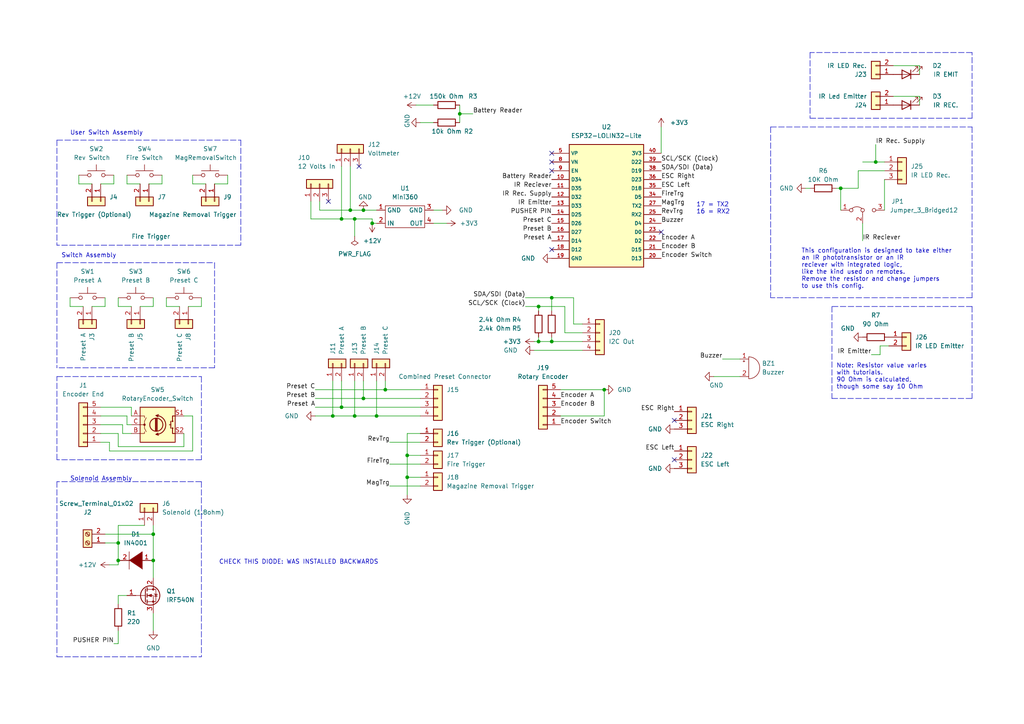
<source format=kicad_sch>
(kicad_sch (version 20211123) (generator eeschema)
  (paper "A4")
  (lib_symbols
    (symbol "Connector:Screw_Terminal_01x02" (pin_names (offset 1.016) hide)
      (property "Reference" "J" (at 0 2.54 0))
      (property "Value" "Screw_Terminal_01x02" (at 0 -5.08 0))
      (symbol "Screw_Terminal_01x02_1_1"
        (rectangle (start -1.27 1.27) (end 1.27 -3.81) (stroke (width 0.254)) (fill (type background)))
        (circle (center 0 -2.54) (radius 0.635) (stroke (width 0.1524)))
        (polyline (pts (xy -0.5334 -2.2098) (xy 0.3302 -3.048)) (stroke (width 0.1524)))
        (polyline (pts (xy -0.5334 0.3302) (xy 0.3302 -0.508)) (stroke (width 0.1524)))
        (polyline (pts (xy -0.3556 -2.032) (xy 0.508 -2.8702)) (stroke (width 0.1524)))
        (polyline (pts (xy -0.3556 0.508) (xy 0.508 -0.3302)) (stroke (width 0.1524)))
        (circle (center 0 0) (radius 0.635) (stroke (width 0.1524)))
        (pin passive line (at -5.08 0 0) (length 3.81) (name "Pin_1") (number "1"))
        (pin passive line (at -5.08 -2.54 0) (length 3.81) (name "Pin_2") (number "2"))
      )
    )
    (symbol "Connector_Generic:Conn_01x02" (pin_names (offset 1.016) hide)
      (property "Reference" "J" (at 0 2.54 0))
      (property "Value" "Conn_01x02" (at 0 -5.08 0))
      (symbol "Conn_01x02_1_1"
        (rectangle (start -1.27 -2.413) (end 0 -2.667) (stroke (width 0.1524)))
        (rectangle (start -1.27 0.127) (end 0 -0.127) (stroke (width 0.1524)))
        (rectangle (start -1.27 1.27) (end 1.27 -3.81) (stroke (width 0.254)) (fill (type background)))
        (pin passive line (at -5.08 0 0) (length 3.81) (name "Pin_1") (number "1"))
        (pin passive line (at -5.08 -2.54 0) (length 3.81) (name "Pin_2") (number "2"))
      )
    )
    (symbol "Connector_Generic:Conn_01x03" (pin_names (offset 1.016) hide)
      (property "Reference" "J" (at 0 5.08 0))
      (property "Value" "Conn_01x03" (at 0 -5.08 0))
      (symbol "Conn_01x03_1_1"
        (rectangle (start -1.27 -2.413) (end 0 -2.667) (stroke (width 0.1524)))
        (rectangle (start -1.27 0.127) (end 0 -0.127) (stroke (width 0.1524)))
        (rectangle (start -1.27 2.667) (end 0 2.413) (stroke (width 0.1524)))
        (rectangle (start -1.27 3.81) (end 1.27 -3.81) (stroke (width 0.254)) (fill (type background)))
        (pin passive line (at -5.08 2.54 0) (length 3.81) (name "Pin_1") (number "1"))
        (pin passive line (at -5.08 0 0) (length 3.81) (name "Pin_2") (number "2"))
        (pin passive line (at -5.08 -2.54 0) (length 3.81) (name "Pin_3") (number "3"))
      )
    )
    (symbol "Connector_Generic:Conn_01x04" (pin_names (offset 1.016) hide)
      (property "Reference" "J" (at 0 5.08 0))
      (property "Value" "Conn_01x04" (at 0 -7.62 0))
      (symbol "Conn_01x04_1_1"
        (rectangle (start -1.27 -4.953) (end 0 -5.207) (stroke (width 0.1524)))
        (rectangle (start -1.27 -2.413) (end 0 -2.667) (stroke (width 0.1524)))
        (rectangle (start -1.27 0.127) (end 0 -0.127) (stroke (width 0.1524)))
        (rectangle (start -1.27 2.667) (end 0 2.413) (stroke (width 0.1524)))
        (rectangle (start -1.27 3.81) (end 1.27 -6.35) (stroke (width 0.254)) (fill (type background)))
        (pin passive line (at -5.08 2.54 0) (length 3.81) (name "Pin_1") (number "1"))
        (pin passive line (at -5.08 0 0) (length 3.81) (name "Pin_2") (number "2"))
        (pin passive line (at -5.08 -2.54 0) (length 3.81) (name "Pin_3") (number "3"))
        (pin passive line (at -5.08 -5.08 0) (length 3.81) (name "Pin_4") (number "4"))
      )
    )
    (symbol "Connector_Generic:Conn_01x05" (pin_names (offset 1.016) hide)
      (property "Reference" "J" (at 0 7.62 0))
      (property "Value" "Conn_01x05" (at 0 -7.62 0))
      (symbol "Conn_01x05_1_1"
        (rectangle (start -1.27 -4.953) (end 0 -5.207) (stroke (width 0.1524)))
        (rectangle (start -1.27 -2.413) (end 0 -2.667) (stroke (width 0.1524)))
        (rectangle (start -1.27 0.127) (end 0 -0.127) (stroke (width 0.1524)))
        (rectangle (start -1.27 2.667) (end 0 2.413) (stroke (width 0.1524)))
        (rectangle (start -1.27 5.207) (end 0 4.953) (stroke (width 0.1524)))
        (rectangle (start -1.27 6.35) (end 1.27 -6.35) (stroke (width 0.254)) (fill (type background)))
        (pin passive line (at -5.08 5.08 0) (length 3.81) (name "Pin_1") (number "1"))
        (pin passive line (at -5.08 2.54 0) (length 3.81) (name "Pin_2") (number "2"))
        (pin passive line (at -5.08 0 0) (length 3.81) (name "Pin_3") (number "3"))
        (pin passive line (at -5.08 -2.54 0) (length 3.81) (name "Pin_4") (number "4"))
        (pin passive line (at -5.08 -5.08 0) (length 3.81) (name "Pin_5") (number "5"))
      )
    )
    (symbol "Device:Buzzer" (pin_names (offset 0.0254) hide)
      (property "Reference" "BZ" (at 3.81 1.27 0))
      (property "Value" "Buzzer" (at 3.81 -1.27 0))
      (symbol "Buzzer_0_1"
        (arc (start 0 -3.175) (mid 3.175 0) (end 0 3.175))
        (polyline (pts (xy -1.651 1.905) (xy -1.143 1.905)))
        (polyline (pts (xy -1.397 2.159) (xy -1.397 1.651)))
        (polyline (pts (xy 0 3.175) (xy 0 -3.175)))
      )
      (symbol "Buzzer_1_1"
        (pin passive line (at -2.54 2.54 0) (length 2.54) (name "-") (number "1"))
        (pin passive line (at -2.54 -2.54 0) (length 2.54) (name "+") (number "2"))
      )
    )
    (symbol "Device:LED" (pin_numbers hide) (pin_names (offset 1.016) hide)
      (property "Reference" "D" (at 0 2.54 0))
      (property "Value" "LED" (at 0 -2.54 0))
      (symbol "LED_0_1"
        (polyline (pts (xy -1.27 -1.27) (xy -1.27 1.27)) (stroke (width 0.254)))
        (polyline (pts (xy -1.27 0) (xy 1.27 0)))
        (polyline (pts (xy 1.27 -1.27) (xy 1.27 1.27) (xy -1.27 0) (xy 1.27 -1.27)) (stroke (width 0.254)))
        (polyline (pts (xy -3.048 -0.762) (xy -4.572 -2.286) (xy -3.81 -2.286) (xy -4.572 -2.286) (xy -4.572 -1.524)))
        (polyline (pts (xy -1.778 -0.762) (xy -3.302 -2.286) (xy -2.54 -2.286) (xy -3.302 -2.286) (xy -3.302 -1.524)))
      )
      (symbol "LED_1_1"
        (pin passive line (at -3.81 0 0) (length 2.54) (name "K") (number "1"))
        (pin passive line (at 3.81 0 180) (length 2.54) (name "A") (number "2"))
      )
    )
    (symbol "Device:R" (pin_numbers hide) (pin_names (offset 0))
      (property "Reference" "R" (at 2.032 0 90))
      (property "Value" "R" (at 0 0 90))
      (symbol "R_0_1"
        (rectangle (start -1.016 -2.54) (end 1.016 2.54) (stroke (width 0.254)))
      )
      (symbol "R_1_1"
        (pin passive line (at 0 3.81 270) (length 1.27) (name "~") (number "1"))
        (pin passive line (at 0 -3.81 90) (length 1.27) (name "~") (number "2"))
      )
    )
    (symbol "Device:RotaryEncoder_Switch" (pin_names (offset 0.254) hide)
      (property "Reference" "SW" (at 0 6.604 0))
      (property "Value" "RotaryEncoder_Switch" (at 0 -6.604 0))
      (symbol "RotaryEncoder_Switch_0_1"
        (rectangle (start -5.08 5.08) (end 5.08 -5.08) (stroke (width 0.254)) (fill (type background)))
        (circle (center -3.81 0) (radius 0.254) (fill (type outline)))
        (arc (start -0.381 -2.794) (mid 2.3622 -0.0508) (end -0.381 2.667) (stroke (width 0.254)))
        (circle (center -0.381 0) (radius 1.905) (stroke (width 0.254)))
        (polyline (pts (xy -0.635 -1.778) (xy -0.635 1.778)) (stroke (width 0.254)))
        (polyline (pts (xy -0.381 -1.778) (xy -0.381 1.778)) (stroke (width 0.254)))
        (polyline (pts (xy -0.127 1.778) (xy -0.127 -1.778)) (stroke (width 0.254)))
        (polyline (pts (xy 3.81 0) (xy 3.429 0)) (stroke (width 0.254)))
        (polyline (pts (xy 3.81 1.016) (xy 3.81 -1.016)) (stroke (width 0.254)))
        (polyline (pts (xy -5.08 -2.54) (xy -3.81 -2.54) (xy -3.81 -2.032)))
        (polyline (pts (xy -5.08 2.54) (xy -3.81 2.54) (xy -3.81 2.032)))
        (polyline (pts (xy 0.254 -3.048) (xy -0.508 -2.794) (xy 0.127 -2.413)) (stroke (width 0.254)))
        (polyline (pts (xy 0.254 2.921) (xy -0.508 2.667) (xy 0.127 2.286)) (stroke (width 0.254)))
        (polyline (pts (xy 5.08 -2.54) (xy 4.318 -2.54) (xy 4.318 -1.016)) (stroke (width 0.254)))
        (polyline (pts (xy 5.08 2.54) (xy 4.318 2.54) (xy 4.318 1.016)) (stroke (width 0.254)))
        (polyline (pts (xy -5.08 0) (xy -3.81 0) (xy -3.81 -1.016) (xy -3.302 -2.032)))
        (polyline (pts (xy -4.318 0) (xy -3.81 0) (xy -3.81 1.016) (xy -3.302 2.032)))
        (circle (center 4.318 -1.016) (radius 0.127) (stroke (width 0.254)))
        (circle (center 4.318 1.016) (radius 0.127) (stroke (width 0.254)))
      )
      (symbol "RotaryEncoder_Switch_1_1"
        (pin passive line (at -7.62 2.54 0) (length 2.54) (name "A") (number "A"))
        (pin passive line (at -7.62 -2.54 0) (length 2.54) (name "B") (number "B"))
        (pin passive line (at -7.62 0 0) (length 2.54) (name "C") (number "C"))
        (pin passive line (at 7.62 2.54 180) (length 2.54) (name "S1") (number "S1"))
        (pin passive line (at 7.62 -2.54 180) (length 2.54) (name "S2") (number "S2"))
      )
    )
    (symbol "Espressif:ESP32-LOLIN32-Lite"
      (property "Reference" "U" (at -3.81 13.97 0))
      (property "Value" "ESP32-LOLIN32-Lite" (at 0 1.27 90))
      (symbol "ESP32-LOLIN32-Lite_0_1"
        (rectangle (start -11.43 19.05) (end 10.16 -16.51) (stroke (width 0.254)) (fill (type background)))
      )
      (symbol "ESP32-LOLIN32-Lite_1_1"
        (pin bidirectional line (at -16.51 8.89 0) (length 5.08) (name "D34") (number "10"))
        (pin bidirectional line (at -16.51 6.35 0) (length 5.08) (name "D35") (number "11"))
        (pin bidirectional line (at -16.51 3.81 0) (length 5.08) (name "D32") (number "12"))
        (pin bidirectional line (at -16.51 1.27 0) (length 5.08) (name "D33") (number "13"))
        (pin bidirectional line (at -16.51 -1.27 0) (length 5.08) (name "D25") (number "14"))
        (pin bidirectional line (at -16.51 -3.81 0) (length 5.08) (name "D26") (number "15"))
        (pin bidirectional line (at -16.51 -6.35 0) (length 5.08) (name "D27") (number "16"))
        (pin bidirectional line (at -16.51 -8.89 0) (length 5.08) (name "D14") (number "17"))
        (pin bidirectional line (at -16.51 -11.43 0) (length 5.08) (name "D12") (number "18"))
        (pin power_in line (at -16.51 -13.97 0) (length 5.08) (name "GND") (number "19"))
        (pin bidirectional line (at 15.24 -13.97 180) (length 5.08) (name "D13") (number "20"))
        (pin bidirectional line (at 15.24 -11.43 180) (length 5.08) (name "D15") (number "21"))
        (pin bidirectional line (at 15.24 -8.89 180) (length 5.08) (name "D2") (number "22"))
        (pin bidirectional line (at 15.24 -6.35 180) (length 5.08) (name "D0") (number "23"))
        (pin bidirectional line (at 15.24 -3.81 180) (length 5.08) (name "D4") (number "24"))
        (pin input line (at 15.24 -1.27 180) (length 5.08) (name "RX2") (number "25"))
        (pin output line (at 15.24 1.27 180) (length 5.08) (name "TX2") (number "27"))
        (pin bidirectional line (at 15.24 3.81 180) (length 5.08) (name "D5") (number "34"))
        (pin bidirectional line (at 15.24 6.35 180) (length 5.08) (name "D18") (number "35"))
        (pin bidirectional line (at 15.24 8.89 180) (length 5.08) (name "D23") (number "36"))
        (pin bidirectional line (at 15.24 11.43 180) (length 5.08) (name "D19") (number "38"))
        (pin bidirectional line (at 15.24 13.97 180) (length 5.08) (name "D22") (number "39"))
        (pin input line (at 15.24 16.51 180) (length 5.08) (name "3V3") (number "40"))
        (pin bidirectional line (at -16.51 16.51 0) (length 5.08) (name "VP") (number "5"))
        (pin bidirectional line (at -16.51 13.97 0) (length 5.08) (name "VN") (number "8"))
        (pin input line (at -16.51 11.43 0) (length 5.08) (name "EN") (number "9"))
      )
    )
    (symbol "Jumper:Jumper_3_Bridged12" (pin_names (offset 0) hide)
      (property "Reference" "JP" (at -2.54 -2.54 0))
      (property "Value" "Jumper_3_Bridged12" (at 0 2.794 0))
      (symbol "Jumper_3_Bridged12_0_0"
        (circle (center -3.302 0) (radius 0.508))
        (circle (center 0 0) (radius 0.508))
        (circle (center 3.302 0) (radius 0.508))
      )
      (symbol "Jumper_3_Bridged12_0_1"
        (arc (start -0.254 0.508) (mid -1.651 0.9912) (end -3.048 0.508))
        (polyline (pts (xy 0 -1.27) (xy 0 -0.508)))
      )
      (symbol "Jumper_3_Bridged12_1_1"
        (pin passive line (at -6.35 0 0) (length 2.54) (name "A") (number "1"))
        (pin passive line (at 0 -3.81 90) (length 2.54) (name "C") (number "2"))
        (pin passive line (at 6.35 0 180) (length 2.54) (name "B") (number "3"))
      )
    )
    (symbol "My_Library:Mini360"
      (property "Reference" "U" (at 2.54 7.62 0))
      (property "Value" "Mini360" (at 6.35 10.16 0))
      (symbol "Mini360_0_1"
        (rectangle (start 0 6.35) (end 11.43 0))
      )
      (symbol "Mini360_1_1"
        (pin power_in line (at -2.54 5.08 0) (length 2.54) (name "GND") (number "1"))
        (pin power_in line (at -2.54 1.27 0) (length 2.54) (name "IN") (number "2"))
        (pin power_out line (at 13.97 5.08 180) (length 2.54) (name "GND") (number "3"))
        (pin power_out line (at 13.97 1.27 180) (length 2.54) (name "OUT") (number "4"))
      )
    )
    (symbol "Switch:SW_Push" (pin_numbers hide) (pin_names (offset 1.016) hide)
      (property "Reference" "SW" (at 1.27 2.54 0))
      (property "Value" "SW_Push" (at 0 -1.524 0))
      (symbol "SW_Push_0_1"
        (circle (center -2.032 0) (radius 0.508))
        (polyline (pts (xy 0 1.27) (xy 0 3.048)))
        (polyline (pts (xy 2.54 1.27) (xy -2.54 1.27)))
        (circle (center 2.032 0) (radius 0.508))
        (pin passive line (at -5.08 0 0) (length 2.54) (name "1") (number "1"))
        (pin passive line (at 5.08 0 180) (length 2.54) (name "2") (number "2"))
      )
    )
    (symbol "Transistor_FET:IRF540N" (pin_names hide)
      (property "Reference" "Q" (at 6.35 1.905 0))
      (property "Value" "IRF540N" (at 6.35 0 0))
      (symbol "IRF540N_0_1"
        (polyline (pts (xy 0.254 0) (xy -2.54 0)))
        (polyline (pts (xy 0.254 1.905) (xy 0.254 -1.905)) (stroke (width 0.254)))
        (polyline (pts (xy 0.762 -1.27) (xy 0.762 -2.286)) (stroke (width 0.254)))
        (polyline (pts (xy 0.762 0.508) (xy 0.762 -0.508)) (stroke (width 0.254)))
        (polyline (pts (xy 0.762 2.286) (xy 0.762 1.27)) (stroke (width 0.254)))
        (polyline (pts (xy 2.54 2.54) (xy 2.54 1.778)))
        (polyline (pts (xy 2.54 -2.54) (xy 2.54 0) (xy 0.762 0)))
        (polyline (pts (xy 0.762 -1.778) (xy 3.302 -1.778) (xy 3.302 1.778) (xy 0.762 1.778)))
        (polyline (pts (xy 1.016 0) (xy 2.032 0.381) (xy 2.032 -0.381) (xy 1.016 0)) (fill (type outline)))
        (polyline (pts (xy 2.794 0.508) (xy 2.921 0.381) (xy 3.683 0.381) (xy 3.81 0.254)))
        (polyline (pts (xy 3.302 0.381) (xy 2.921 -0.254) (xy 3.683 -0.254) (xy 3.302 0.381)))
        (circle (center 1.651 0) (radius 2.794) (stroke (width 0.254)))
        (circle (center 2.54 -1.778) (radius 0.254) (fill (type outline)))
        (circle (center 2.54 1.778) (radius 0.254) (fill (type outline)))
      )
      (symbol "IRF540N_1_1"
        (pin input line (at -5.08 0 0) (length 2.54) (name "G") (number "1"))
        (pin passive line (at 2.54 5.08 270) (length 2.54) (name "D") (number "2"))
        (pin passive line (at 2.54 -5.08 90) (length 2.54) (name "S") (number "3"))
      )
    )
    (symbol "power:+12V" (power) (pin_names (offset 0))
      (property "Value" "+12V" (at 0 3.556 0))
      (symbol "+12V_0_1"
        (polyline (pts (xy -0.762 1.27) (xy 0 2.54)))
        (polyline (pts (xy 0 0) (xy 0 2.54)))
        (polyline (pts (xy 0 2.54) (xy 0.762 1.27)))
      )
      (symbol "+12V_1_1"
        (pin power_in line (at 0 0 90) (length 0) hide (name "+12V") (number "1"))
      )
    )
    (symbol "power:+3V3" (power) (pin_names (offset 0))
      (property "Value" "+3V3" (at 0 3.556 0))
      (symbol "+3V3_0_1"
        (polyline (pts (xy -0.762 1.27) (xy 0 2.54)))
        (polyline (pts (xy 0 0) (xy 0 2.54)))
        (polyline (pts (xy 0 2.54) (xy 0.762 1.27)))
      )
      (symbol "+3V3_1_1"
        (pin power_in line (at 0 0 90) (length 0) hide (name "+3V3") (number "1"))
      )
    )
    (symbol "power:GND" (power) (pin_names (offset 0))
      (property "Value" "GND" (at 0 -3.81 0))
      (symbol "GND_0_1"
        (polyline (pts (xy 0 0) (xy 0 -1.27) (xy 1.27 -1.27) (xy 0 -2.54) (xy -1.27 -1.27) (xy 0 -1.27)))
      )
      (symbol "GND_1_1"
        (pin power_in line (at 0 0 270) (length 0) hide (name "GND") (number "1"))
      )
    )
    (symbol "power:PWR_FLAG" (power) (pin_numbers hide) (pin_names (offset 0) hide)
      (property "Value" "PWR_FLAG" (at 0 3.81 0))
      (symbol "PWR_FLAG_0_0"
        (pin power_out line (at 0 0 90) (length 0) (name "pwr") (number "1"))
      )
      (symbol "PWR_FLAG_0_1"
        (polyline (pts (xy 0 0) (xy 0 1.27) (xy -1.016 1.905) (xy 0 2.54) (xy 1.016 1.905) (xy 0 1.27)))
      )
    )
    (symbol "pspice:DIODE" (pin_names (offset 1.016) hide)
      (property "Reference" "D" (at 0 3.81 0))
      (property "Value" "DIODE" (at 0 -4.445 0))
      (symbol "DIODE_0_1"
        (polyline (pts (xy 1.905 2.54) (xy 1.905 -2.54)))
        (polyline (pts (xy -1.905 2.54) (xy -1.905 -2.54) (xy 1.905 0)) (fill (type outline)))
      )
      (symbol "DIODE_1_1"
        (pin input line (at -5.08 0 0) (length 3.81) (name "K") (number "1"))
        (pin input line (at 5.08 0 180) (length 3.81) (name "A") (number "2"))
      )
    )
  )
  (junction (at 254 46.99))
  (junction (at 118.11 138.43))
  (junction (at 118.11 132.08))
  (junction (at 109.22 120.65))
  (junction (at 99.06 63.5))
  (junction (at 99.06 118.11))
  (junction (at 44.45 162.56))
  (junction (at 102.87 120.65))
  (junction (at 34.29 157.48))
  (junction (at 133.35 33.02))
  (junction (at 160.02 86.36))
  (junction (at 102.87 63.5))
  (junction (at 105.41 60.96))
  (junction (at 156.21 99.06))
  (junction (at 44.45 154.94))
  (junction (at 243.84 54.61))
  (junction (at 105.41 115.57))
  (junction (at 34.29 162.56))
  (junction (at 160.02 99.06))
  (junction (at 96.52 120.65))
  (junction (at 107.95 64.77))
  (junction (at 101.6 60.96))
  (junction (at 175.26 113.03))
  (junction (at 111.76 113.03))
  (junction (at 156.21 88.9))
  (no_connect (at 160.02 46.99))
  (no_connect (at 160.02 49.53))
  (no_connect (at 160.02 44.45))
  (no_connect (at 104.14 48.26))
  (no_connect (at 95.25 58.42))
  (no_connect (at 195.58 121.92))
  (no_connect (at 195.58 133.35))
  (no_connect (at 191.77 67.31))
  (no_connect (at 160.02 72.39))
  (wire (pts (xy 62.23 53.34) (xy 66.04 53.34)))
  (wire (pts (xy 36.83 50.8) (xy 36.83 53.34)))
  (wire (pts (xy 160.02 97.79) (xy 160.02 99.06)))
  (wire (pts (xy 44.45 162.56) (xy 44.45 167.64)))
  (wire (pts (xy 29.21 128.27) (xy 31.75 128.27)))
  (wire (pts (xy 31.75 130.81) (xy 55.88 130.81)))
  (wire (pts (xy 113.03 140.97) (xy 121.92 140.97)))
  (wire (pts (xy 29.21 123.19) (xy 35.56 123.19)))
  (wire (pts (xy 266.7 30.48) (xy 266.7 27.94)))
  (wire (pts (xy 99.06 63.5) (xy 102.87 63.5)))
  (wire (pts (xy 34.29 182.88) (xy 34.29 186.69)))
  (polyline (pts (xy 281.94 86.36) (xy 223.52 86.36)))
  (wire (pts (xy 26.67 88.9) (xy 30.48 88.9)))
  (wire (pts (xy 133.35 30.48) (xy 133.35 33.02)))
  (wire (pts (xy 105.41 115.57) (xy 121.92 115.57)))
  (wire (pts (xy 34.29 172.72) (xy 34.29 175.26)))
  (wire (pts (xy 29.21 53.34) (xy 33.02 53.34)))
  (polyline (pts (xy 281.94 88.9) (xy 281.94 115.57)))
  (wire (pts (xy 55.88 53.34) (xy 55.88 50.8)))
  (wire (pts (xy 121.92 35.56) (xy 125.73 35.56)))
  (wire (pts (xy 31.75 128.27) (xy 31.75 130.81)))
  (wire (pts (xy 36.83 172.72) (xy 34.29 172.72)))
  (wire (pts (xy 111.76 110.49) (xy 111.76 113.03)))
  (wire (pts (xy 99.06 48.26) (xy 99.06 63.5)))
  (polyline (pts (xy 16.51 190.5) (xy 58.42 190.5)))
  (wire (pts (xy 29.21 120.65) (xy 36.83 120.65)))
  (wire (pts (xy 35.56 125.73) (xy 38.1 125.73)))
  (wire (pts (xy 137.16 33.02) (xy 133.35 33.02)))
  (wire (pts (xy 30.48 88.9) (xy 30.48 86.36)))
  (wire (pts (xy 152.4 88.9) (xy 156.21 88.9)))
  (wire (pts (xy 209.55 104.14) (xy 214.63 104.14)))
  (wire (pts (xy 191.77 36.83) (xy 191.77 44.45)))
  (polyline (pts (xy 69.85 40.64) (xy 69.85 71.12)))
  (wire (pts (xy 168.91 93.98) (xy 166.37 93.98)))
  (wire (pts (xy 105.41 60.96) (xy 109.22 60.96)))
  (polyline (pts (xy 234.95 34.29) (xy 281.94 34.29)))
  (wire (pts (xy 26.67 53.34) (xy 22.86 53.34)))
  (polyline (pts (xy 62.23 106.68) (xy 16.51 106.68)))
  (wire (pts (xy 107.95 63.5) (xy 107.95 64.77)))
  (wire (pts (xy 156.21 97.79) (xy 156.21 99.06)))
  (wire (pts (xy 252.73 102.87) (xy 255.27 102.87)))
  (wire (pts (xy 43.18 53.34) (xy 46.99 53.34)))
  (wire (pts (xy 243.84 54.61) (xy 248.92 54.61)))
  (wire (pts (xy 35.56 123.19) (xy 35.56 125.73)))
  (wire (pts (xy 92.71 60.96) (xy 101.6 60.96)))
  (wire (pts (xy 40.64 88.9) (xy 44.45 88.9)))
  (wire (pts (xy 38.1 120.65) (xy 38.1 118.11)))
  (wire (pts (xy 31.75 163.83) (xy 34.29 163.83)))
  (wire (pts (xy 52.07 88.9) (xy 48.26 88.9)))
  (wire (pts (xy 34.29 86.36) (xy 34.29 88.9)))
  (polyline (pts (xy 16.51 40.64) (xy 16.51 71.12)))
  (wire (pts (xy 254 41.91) (xy 254 46.99)))
  (wire (pts (xy 105.41 110.49) (xy 105.41 115.57)))
  (wire (pts (xy 91.44 113.03) (xy 111.76 113.03)))
  (wire (pts (xy 90.17 58.42) (xy 90.17 63.5)))
  (wire (pts (xy 266.7 27.94) (xy 259.08 27.94)))
  (wire (pts (xy 120.65 30.48) (xy 125.73 30.48)))
  (wire (pts (xy 118.11 138.43) (xy 118.11 143.51)))
  (wire (pts (xy 250.19 46.99) (xy 254 46.99)))
  (wire (pts (xy 55.88 130.81) (xy 55.88 120.65)))
  (wire (pts (xy 168.91 96.52) (xy 163.83 96.52)))
  (wire (pts (xy 255.27 100.33) (xy 257.81 100.33)))
  (wire (pts (xy 107.95 64.77) (xy 109.22 64.77)))
  (polyline (pts (xy 281.94 34.29) (xy 281.94 15.24)))
  (wire (pts (xy 58.42 88.9) (xy 58.42 86.36)))
  (wire (pts (xy 175.26 113.03) (xy 162.56 113.03)))
  (wire (pts (xy 96.52 110.49) (xy 96.52 120.65)))
  (wire (pts (xy 24.13 88.9) (xy 20.32 88.9)))
  (wire (pts (xy 118.11 132.08) (xy 121.92 132.08)))
  (wire (pts (xy 55.88 120.65) (xy 53.34 120.65)))
  (wire (pts (xy 133.35 33.02) (xy 133.35 35.56)))
  (wire (pts (xy 118.11 125.73) (xy 118.11 132.08)))
  (wire (pts (xy 255.27 102.87) (xy 255.27 100.33)))
  (wire (pts (xy 30.48 154.94) (xy 44.45 154.94)))
  (wire (pts (xy 91.44 120.65) (xy 96.52 120.65)))
  (polyline (pts (xy 281.94 88.9) (xy 241.3 88.9)))
  (polyline (pts (xy 58.42 133.35) (xy 16.51 133.35)))
  (wire (pts (xy 54.61 88.9) (xy 58.42 88.9)))
  (wire (pts (xy 91.44 115.57) (xy 105.41 115.57)))
  (wire (pts (xy 38.1 123.19) (xy 36.83 123.19)))
  (wire (pts (xy 256.54 60.96) (xy 256.54 52.07)))
  (wire (pts (xy 102.87 63.5) (xy 107.95 63.5)))
  (wire (pts (xy 160.02 99.06) (xy 168.91 99.06)))
  (wire (pts (xy 44.45 86.36) (xy 44.45 88.9)))
  (wire (pts (xy 34.29 157.48) (xy 34.29 162.56)))
  (wire (pts (xy 102.87 120.65) (xy 109.22 120.65)))
  (wire (pts (xy 109.22 120.65) (xy 121.92 120.65)))
  (wire (pts (xy 30.48 157.48) (xy 34.29 157.48)))
  (wire (pts (xy 118.11 138.43) (xy 121.92 138.43)))
  (wire (pts (xy 44.45 177.8) (xy 44.45 182.88)))
  (wire (pts (xy 59.69 53.34) (xy 55.88 53.34)))
  (wire (pts (xy 99.06 118.11) (xy 121.92 118.11)))
  (wire (pts (xy 44.45 152.4) (xy 44.45 154.94)))
  (wire (pts (xy 166.37 86.36) (xy 160.02 86.36)))
  (wire (pts (xy 152.4 86.36) (xy 160.02 86.36)))
  (wire (pts (xy 46.99 50.8) (xy 46.99 53.34)))
  (polyline (pts (xy 58.42 109.22) (xy 58.42 133.35)))
  (wire (pts (xy 156.21 88.9) (xy 156.21 90.17)))
  (wire (pts (xy 34.29 125.73) (xy 29.21 125.73)))
  (wire (pts (xy 34.29 186.69) (xy 33.02 186.69)))
  (polyline (pts (xy 16.51 76.2) (xy 16.51 106.68)))
  (polyline (pts (xy 16.51 139.7) (xy 16.51 190.5)))
  (wire (pts (xy 129.54 64.77) (xy 125.73 64.77)))
  (wire (pts (xy 160.02 86.36) (xy 160.02 90.17)))
  (wire (pts (xy 128.27 60.96) (xy 125.73 60.96)))
  (wire (pts (xy 175.26 120.65) (xy 162.56 120.65)))
  (wire (pts (xy 266.7 21.59) (xy 266.7 19.05)))
  (wire (pts (xy 29.21 118.11) (xy 38.1 118.11)))
  (polyline (pts (xy 223.52 36.83) (xy 281.94 36.83)))
  (wire (pts (xy 53.34 129.54) (xy 34.29 129.54)))
  (wire (pts (xy 233.68 54.61) (xy 234.95 54.61)))
  (wire (pts (xy 101.6 48.26) (xy 101.6 60.96)))
  (wire (pts (xy 102.87 110.49) (xy 102.87 120.65)))
  (wire (pts (xy 34.29 162.56) (xy 34.29 163.83)))
  (wire (pts (xy 113.03 134.62) (xy 121.92 134.62)))
  (wire (pts (xy 33.02 53.34) (xy 33.02 50.8)))
  (wire (pts (xy 248.92 49.53) (xy 256.54 49.53)))
  (wire (pts (xy 90.17 63.5) (xy 99.06 63.5)))
  (wire (pts (xy 113.03 128.27) (xy 121.92 128.27)))
  (polyline (pts (xy 62.23 76.2) (xy 62.23 106.68)))
  (wire (pts (xy 243.84 54.61) (xy 243.84 60.96)))
  (wire (pts (xy 248.92 54.61) (xy 248.92 49.53)))
  (wire (pts (xy 101.6 60.96) (xy 105.41 60.96)))
  (wire (pts (xy 156.21 99.06) (xy 160.02 99.06)))
  (wire (pts (xy 34.29 129.54) (xy 34.29 125.73)))
  (polyline (pts (xy 234.95 15.24) (xy 234.95 34.29)))
  (wire (pts (xy 91.44 118.11) (xy 99.06 118.11)))
  (wire (pts (xy 166.37 93.98) (xy 166.37 86.36)))
  (wire (pts (xy 48.26 88.9) (xy 48.26 86.36)))
  (polyline (pts (xy 223.52 36.83) (xy 223.52 86.36)))
  (polyline (pts (xy 281.94 36.83) (xy 281.94 86.36)))
  (polyline (pts (xy 281.94 15.24) (xy 234.95 15.24)))
  (wire (pts (xy 163.83 88.9) (xy 156.21 88.9)))
  (wire (pts (xy 118.11 132.08) (xy 118.11 138.43)))
  (wire (pts (xy 154.94 101.6) (xy 168.91 101.6)))
  (polyline (pts (xy 58.42 139.7) (xy 58.42 190.5)))
  (polyline (pts (xy 241.3 115.57) (xy 281.94 115.57)))
  (wire (pts (xy 34.29 152.4) (xy 41.91 152.4)))
  (wire (pts (xy 154.94 99.06) (xy 156.21 99.06)))
  (wire (pts (xy 121.92 125.73) (xy 118.11 125.73)))
  (wire (pts (xy 66.04 53.34) (xy 66.04 50.8)))
  (wire (pts (xy 40.64 53.34) (xy 36.83 53.34)))
  (wire (pts (xy 242.57 54.61) (xy 243.84 54.61)))
  (wire (pts (xy 175.26 113.03) (xy 175.26 120.65)))
  (polyline (pts (xy 69.85 71.12) (xy 16.51 71.12)))
  (wire (pts (xy 102.87 68.58) (xy 102.87 63.5)))
  (wire (pts (xy 96.52 120.65) (xy 102.87 120.65)))
  (polyline (pts (xy 58.42 139.7) (xy 16.51 139.7)))
  (wire (pts (xy 111.76 113.03) (xy 121.92 113.03)))
  (polyline (pts (xy 16.51 133.35) (xy 16.51 109.22)))
  (wire (pts (xy 38.1 88.9) (xy 34.29 88.9)))
  (wire (pts (xy 92.71 58.42) (xy 92.71 60.96)))
  (wire (pts (xy 207.01 109.22) (xy 214.63 109.22)))
  (wire (pts (xy 20.32 88.9) (xy 20.32 86.36)))
  (wire (pts (xy 254 46.99) (xy 256.54 46.99)))
  (wire (pts (xy 34.29 152.4) (xy 34.29 157.48)))
  (wire (pts (xy 22.86 53.34) (xy 22.86 50.8)))
  (wire (pts (xy 36.83 123.19) (xy 36.83 120.65)))
  (polyline (pts (xy 16.51 76.2) (xy 62.23 76.2)))
  (wire (pts (xy 44.45 154.94) (xy 44.45 162.56)))
  (wire (pts (xy 53.34 125.73) (xy 53.34 129.54)))
  (wire (pts (xy 163.83 96.52) (xy 163.83 88.9)))
  (polyline (pts (xy 16.51 40.64) (xy 69.85 40.64)))
  (wire (pts (xy 250.19 64.77) (xy 250.19 69.85)))
  (polyline (pts (xy 16.51 109.22) (xy 58.42 109.22)))
  (wire (pts (xy 266.7 19.05) (xy 259.08 19.05)))
  (wire (pts (xy 99.06 110.49) (xy 99.06 118.11)))
  (polyline (pts (xy 241.3 88.9) (xy 241.3 115.57)))
  (wire (pts (xy 109.22 110.49) (xy 109.22 120.65)))
  (text "Solenoid Assembly" (at 20.32 139.7 0) (effects (font (size 1.27 1.27)) (justify left bottom)))
  (text "User Switch Assembly\n" (at 20.32 39.37 0) (effects (font (size 1.27 1.27)) (justify left bottom)))
  (text "CHECK THIS DIODE: WAS INSTALLED BACKWARDS" (at 63.5 163.83 0) (effects (font (size 1.27 1.27)) (justify left bottom)))
  (text "This configuration is designed to take either\nan IR phototransistor or an IR\nreciever with integrated logic,\nlike the kind used on remotes.\nRemove the resistor and change jumpers\nto use this config." (at 232.41 83.82 0) (effects (font (size 1.27 1.27)) (justify left bottom)))
  (text "Switch Assembly\n" (at 17.78 74.93 0) (effects (font (size 1.27 1.27)) (justify left bottom)))
  (text "Note: Resistor value varies\nwith tutorials.\n90 Ohm is calculated,\nthough some say 10 Ohm\n" (at 242.57 113.03 0) (effects (font (size 1.27 1.27)) (justify left bottom)))
  (text "17 = TX2\n16 = RX2" (at 201.93 62.23 0) (effects (font (size 1.27 1.27)) (justify left bottom)))
  (label "RevTrg" (at 191.77 62.23 0))
  (label "IR Emitter" (at 252.73 102.87 180))
  (label "SCL{slash}SCK (Clock)" (at 191.77 46.99 0))
  (label "FireTrg" (at 113.03 134.62 180))
  (label "PUSHER PIN" (at 33.02 186.69 180))
  (label "Buzzer" (at 191.77 64.77 0))
  (label "Preset A" (at 160.02 69.85 180))
  (label "MagTrg" (at 113.03 140.97 180))
  (label "ESC Left" (at 191.77 54.61 0))
  (label "IR Emitter" (at 160.02 59.69 180))
  (label "Preset B" (at 91.44 115.57 180))
  (label "Preset C" (at 160.02 64.77 180))
  (label "SCL{slash}SCK (Clock)" (at 152.4 88.9 180))
  (label "Preset B" (at 160.02 67.31 180))
  (label "PUSHER PIN" (at 160.02 62.23 180))
  (label "FireTrg" (at 191.77 57.15 0))
  (label "Preset C" (at 91.44 113.03 180))
  (label "ESC Right" (at 195.58 119.38 180))
  (label "Encoder B" (at 162.56 118.11 0))
  (label "IR Reciever" (at 160.02 54.61 180))
  (label "Battery Reader" (at 137.16 33.02 0))
  (label "IR Rec. Supply" (at 254 41.91 0))
  (label "SDA{slash}SDI (Data)" (at 152.4 86.36 180))
  (label "IR Rec. Supply" (at 160.02 57.15 180))
  (label "ESC Right" (at 191.77 52.07 0))
  (label "IR Reciever" (at 250.19 69.85 0))
  (label "Encoder B" (at 191.77 72.39 0))
  (label "Buzzer" (at 209.55 104.14 180))
  (label "Encoder A" (at 191.77 69.85 0))
  (label "Encoder A" (at 162.56 115.57 0))
  (label "ESC Left" (at 195.58 130.81 180))
  (label "RevTrg" (at 113.03 128.27 180))
  (label "Encoder Switch" (at 191.77 74.93 0))
  (label "Encoder Switch" (at 162.56 123.19 0))
  (label "MagTrg" (at 191.77 59.69 0))
  (label "Battery Reader" (at 160.02 52.07 180))
  (label "Preset A" (at 91.44 118.11 180))
  (label "SDA{slash}SDI (Data)" (at 191.77 49.53 0))
  (symbol (lib_id "Connector_Generic:Conn_01x02") (at 127 138.43 0) (unit 1)
    (property "Reference" "J18" (at 129.54 138.4299 0) (effects (justify left)))
    (property "Value" "Magazine Removal Trigger" (at 129.54 140.9699 0) (effects (justify left)))
    (property "Footprint" "Connector_PinSocket_2.54mm:PinSocket_1x02_P2.54mm_Vertical" (effects hide))
  )
  (symbol (lib_id "Switch:SW_Push") (at 25.4 86.36 0) (unit 1)
    (property "Reference" "SW1" (at 25.4 78.74 0))
    (property "Value" "Preset A" (at 25.4 81.28 0))
  )
  (symbol (lib_id "power:+3V3") (at 191.77 36.83 0) (unit 1)
    (property "Reference" "#PWR015" (effects hide))
    (property "Value" "+3V3" (at 194.31 35.5599 0) (effects (justify left)))
  )
  (symbol (lib_id "power:GND") (at 44.45 182.88 0) (unit 1)
    (property "Reference" "#PWR02" (effects hide))
    (property "Value" "GND" (at 44.45 187.96 0))
  )
  (symbol (lib_id "My_Library:Mini360") (at 111.76 66.04 0) (unit 1)
    (property "Reference" "U1" (at 117.475 54.61 0))
    (property "Value" "Mini360" (at 117.475 57.15 0))
    (property "Footprint" "My_Library:Mini360" (effects hide))
  )
  (symbol (lib_id "power:GND") (at 195.58 124.46 270) (unit 1)
    (property "Reference" "#PWR016" (effects hide))
    (property "Value" "GND" (at 187.96 124.46 90) (effects (justify left)))
  )
  (symbol (lib_id "power:+12V") (at 120.65 30.48 90) (unit 1)
    (property "Reference" "#PWR07" (effects hide))
    (property "Value" "+12V" (at 116.84 27.94 90) (effects (justify right)))
  )
  (symbol (lib_id "Connector_Generic:Conn_01x03") (at 92.71 53.34 90) (unit 1)
    (property "Reference" "J10" (at 86.36 45.72 90) (effects (justify right)))
    (property "Value" "12 Volts In" (at 86.36 48.26 90) (effects (justify right)))
    (property "Footprint" "Connector_PinHeader_2.54mm:PinHeader_1x03_P2.54mm_Vertical" (effects hide))
  )
  (symbol (lib_id "power:+12V") (at 31.75 163.83 90) (unit 1)
    (property "Reference" "#PWR01" (effects hide))
    (property "Value" "+12V" (at 27.94 163.8299 90) (effects (justify left)))
  )
  (symbol (lib_id "Connector_Generic:Conn_01x02") (at 262.89 97.79 0) (unit 1)
    (property "Reference" "J26" (at 265.43 97.7899 0) (effects (justify left)))
    (property "Value" "IR LED Emitter" (at 265.43 100.3299 0) (effects (justify left)))
    (property "Footprint" "Connector_PinSocket_2.54mm:PinSocket_1x02_P2.54mm_Vertical" (effects hide))
  )
  (symbol (lib_id "power:PWR_FLAG") (at 102.87 68.58 180) (unit 1)
    (property "Reference" "#FLG01" (effects hide))
    (property "Value" "PWR_FLAG" (at 102.87 73.66 0))
  )
  (symbol (lib_id "Connector_Generic:Conn_01x02") (at 254 21.59 180) (unit 1)
    (property "Reference" "J23" (at 251.46 21.5901 0) (effects (justify left)))
    (property "Value" "IR LED Rec." (at 251.46 19.0501 0) (effects (justify left)))
    (property "Footprint" "Connector_PinSocket_2.54mm:PinSocket_1x02_P2.54mm_Vertical" (effects hide))
  )
  (symbol (lib_id "power:GND") (at 105.41 60.96 180) (unit 1)
    (property "Reference" "#PWR04" (effects hide))
    (property "Value" "GND" (at 107.95 57.15 0) (effects (justify left)))
  )
  (symbol (lib_id "Switch:SW_Push") (at 53.34 86.36 0) (unit 1)
    (property "Reference" "SW6" (at 53.34 78.74 0))
    (property "Value" "Preset C" (at 53.34 81.28 0))
  )
  (symbol (lib_id "power:GND") (at 195.58 135.89 270) (unit 1)
    (property "Reference" "#PWR017" (effects hide))
    (property "Value" "GND" (at 187.96 135.89 90) (effects (justify left)))
  )
  (symbol (lib_id "Switch:SW_Push") (at 41.91 50.8 0) (unit 1)
    (property "Reference" "SW4" (at 41.91 43.18 0))
    (property "Value" "Fire Switch" (at 41.91 45.72 0))
  )
  (symbol (lib_id "Device:R") (at 34.29 179.07 180) (unit 1)
    (property "Reference" "R1" (at 36.83 177.7999 0) (effects (justify right)))
    (property "Value" "220" (at 36.83 180.3399 0) (effects (justify right)))
    (property "Footprint" "Resistor_THT:R_Axial_DIN0207_L6.3mm_D2.5mm_P7.62mm_Horizontal" (effects hide))
  )
  (symbol (lib_id "Connector_Generic:Conn_01x02") (at 127 132.08 0) (unit 1)
    (property "Reference" "J17" (at 129.54 132.0799 0) (effects (justify left)))
    (property "Value" "Fire Trigger" (at 129.54 134.6199 0) (effects (justify left)))
    (property "Footprint" "Connector_PinSocket_2.54mm:PinSocket_1x02_P2.54mm_Vertical" (effects hide))
  )
  (symbol (lib_id "power:+12V") (at 107.95 64.77 180) (unit 1)
    (property "Reference" "#PWR05" (effects hide))
    (property "Value" "+12V" (at 107.95 69.85 0))
  )
  (symbol (lib_id "Connector_Generic:Conn_01x02") (at 109.22 105.41 90) (unit 1)
    (property "Reference" "J14" (at 109.2199 102.87 0) (effects (justify left)))
    (property "Value" "Preset C" (at 111.7599 102.87 0) (effects (justify left)))
    (property "Footprint" "Connector_PinSocket_2.54mm:PinSocket_1x02_P2.54mm_Vertical" (effects hide))
  )
  (symbol (lib_id "Switch:SW_Push") (at 39.37 86.36 0) (unit 1)
    (property "Reference" "SW3" (at 39.37 78.74 0))
    (property "Value" "Preset B" (at 39.37 81.28 0))
  )
  (symbol (lib_id "Connector_Generic:Conn_01x05") (at 157.48 118.11 180) (unit 1)
    (property "Reference" "J19" (at 157.48 106.68 0))
    (property "Value" "Rotary Encoder" (at 157.48 109.22 0))
    (property "Footprint" "Connector_PinSocket_2.54mm:PinSocket_1x05_P2.54mm_Vertical" (effects hide))
  )
  (symbol (lib_id "Connector_Generic:Conn_01x03") (at 200.66 121.92 0) (unit 1)
    (property "Reference" "J21" (at 203.2 120.6499 0) (effects (justify left)))
    (property "Value" "ESC Right" (at 203.2 123.1899 0) (effects (justify left)))
    (property "Footprint" "Connector_PinHeader_2.54mm:PinHeader_1x03_P2.54mm_Vertical" (effects hide))
  )
  (symbol (lib_id "Connector_Generic:Conn_01x02") (at 29.21 58.42 270) (unit 1)
    (property "Reference" "J4" (at 31.75 57.1499 90) (effects (justify left)))
    (property "Value" "Rev Trigger (Optional)" (at 16.51 62.23 90) (effects (justify left)))
    (property "Footprint" "Connector_PinSocket_2.54mm:PinSocket_1x02_P2.54mm_Vertical" (effects hide))
  )
  (symbol (lib_id "Connector_Generic:Conn_01x02") (at 254 30.48 180) (unit 1)
    (property "Reference" "J24" (at 251.46 30.4801 0) (effects (justify left)))
    (property "Value" "IR Led Emitter" (at 251.46 27.94 0) (effects (justify left)))
    (property "Footprint" "Connector_PinSocket_2.54mm:PinSocket_1x02_P2.54mm_Vertical" (effects hide))
  )
  (symbol (lib_id "power:GND") (at 207.01 109.22 270) (unit 1)
    (property "Reference" "#PWR018" (effects hide))
    (property "Value" "GND" (at 205.74 111.76 90) (effects (justify left)))
  )
  (symbol (lib_id "power:GND") (at 91.44 120.65 270) (unit 1)
    (property "Reference" "#PWR03" (effects hide))
    (property "Value" "GND" (at 82.55 120.65 90) (effects (justify left)))
  )
  (symbol (lib_id "power:GND") (at 175.26 113.03 90) (unit 1)
    (property "Reference" "#PWR014" (effects hide))
    (property "Value" "GND" (at 179.07 113.0299 90) (effects (justify right)))
  )
  (symbol (lib_id "Connector_Generic:Conn_01x02") (at 102.87 105.41 90) (unit 1)
    (property "Reference" "J13" (at 102.8699 102.87 0) (effects (justify left)))
    (property "Value" "Preset B" (at 105.4099 102.87 0) (effects (justify left)))
    (property "Footprint" "Connector_PinSocket_2.54mm:PinSocket_1x02_P2.54mm_Vertical" (effects hide))
  )
  (symbol (lib_id "Device:R") (at 238.76 54.61 90) (unit 1)
    (property "Reference" "R6" (at 238.76 49.53 90))
    (property "Value" "10K Ohm" (at 238.76 52.07 90))
    (property "Footprint" "Resistor_THT:R_Axial_DIN0207_L6.3mm_D2.5mm_P7.62mm_Horizontal" (effects hide))
  )
  (symbol (lib_id "power:GND") (at 118.11 143.51 0) (unit 1)
    (property "Reference" "#PWR06" (effects hide))
    (property "Value" "GND" (at 118.11 152.4 90) (effects (justify left)))
  )
  (symbol (lib_id "Connector_Generic:Conn_01x04") (at 173.99 96.52 0) (unit 1)
    (property "Reference" "J20" (at 176.53 96.5199 0) (effects (justify left)))
    (property "Value" "I2C Out" (at 176.53 99.0599 0) (effects (justify left)))
    (property "Footprint" "Connector_PinSocket_2.54mm:PinSocket_1x04_P2.54mm_Vertical" (effects hide))
  )
  (symbol (lib_id "power:GND") (at 121.92 35.56 270) (unit 1)
    (property "Reference" "#PWR08" (effects hide))
    (property "Value" "GND" (at 118.11 33.02 0) (effects (justify left)))
  )
  (symbol (lib_id "Device:R") (at 254 97.79 90) (unit 1)
    (property "Reference" "R7" (at 254 91.44 90))
    (property "Value" "90 Ohm" (at 254 93.98 90))
    (property "Footprint" "Resistor_THT:R_Axial_DIN0207_L6.3mm_D2.5mm_P7.62mm_Horizontal" (effects hide))
  )
  (symbol (lib_id "power:GND") (at 128.27 60.96 90) (unit 1)
    (property "Reference" "#PWR09" (effects hide))
    (property "Value" "GND" (at 137.16 60.96 90) (effects (justify left)))
  )
  (symbol (lib_id "Device:R") (at 160.02 93.98 180) (unit 1)
    (property "Reference" "R5" (at 149.86 95.25 0))
    (property "Value" "2.4k Ohm" (at 143.51 95.25 0))
    (property "Footprint" "Resistor_THT:R_Axial_DIN0207_L6.3mm_D2.5mm_P7.62mm_Horizontal" (effects hide))
  )
  (symbol (lib_id "Transistor_FET:IRF540N") (at 41.91 172.72 0) (unit 1)
    (property "Reference" "Q1" (at 48.26 171.4499 0) (effects (justify left)))
    (property "Value" "IRF540N" (at 48.26 173.9899 0) (effects (justify left)))
    (property "Footprint" "Package_TO_SOT_THT:TO-220-3_Vertical" (effects hide))
    (property "Datasheet" "http://www.irf.com/product-info/datasheets/data/irf540n.pdf" (effects hide))
  )
  (symbol (lib_id "Connector_Generic:Conn_01x02") (at 41.91 147.32 90) (unit 1)
    (property "Reference" "J6" (at 46.99 146.0499 90) (effects (justify right)))
    (property "Value" "Solenoid (1.8ohm)" (at 46.99 148.5899 90) (effects (justify right)))
    (property "Footprint" "Connector_PinHeader_2.54mm:PinHeader_1x02_P2.54mm_Vertical" (effects hide))
  )
  (symbol (lib_id "power:GND") (at 154.94 101.6 270) (unit 1)
    (property "Reference" "#PWR012" (effects hide))
    (property "Value" "GND" (at 146.05 101.6 90) (effects (justify left)))
  )
  (symbol (lib_id "Connector_Generic:Conn_01x05") (at 24.13 123.19 180) (unit 1)
    (property "Reference" "J1" (at 24.13 111.76 0))
    (property "Value" "Encoder End" (at 24.13 114.3 0))
    (property "Footprint" "Connector_PinSocket_2.54mm:PinSocket_1x05_P2.54mm_Vertical" (effects hide))
  )
  (symbol (lib_id "power:+3V3") (at 129.54 64.77 270) (unit 1)
    (property "Reference" "#PWR010" (effects hide))
    (property "Value" "+3V3" (at 133.35 64.7699 90) (effects (justify left)))
  )
  (symbol (lib_id "Connector_Generic:Conn_01x04") (at 127 115.57 0) (unit 1)
    (property "Reference" "J15" (at 129.54 113.03 0) (effects (justify left)))
    (property "Value" "Combined Preset Connector" (at 115.57 109.22 0) (effects (justify left)))
    (property "Footprint" "Connector_PinSocket_2.54mm:PinSocket_1x04_P2.54mm_Vertical" (effects hide))
  )
  (symbol (lib_id "Device:R") (at 156.21 93.98 180) (unit 1)
    (property "Reference" "R4" (at 149.86 92.71 0))
    (property "Value" "2.4k Ohm" (at 143.51 92.71 0))
    (property "Footprint" "Resistor_THT:R_Axial_DIN0207_L6.3mm_D2.5mm_P7.62mm_Horizontal" (effects hide))
  )
  (symbol (lib_id "pspice:DIODE") (at 39.37 162.56 180) (unit 1)
    (property "Reference" "D1" (at 39.37 154.94 0))
    (property "Value" "IN4001" (at 39.37 157.48 0))
    (property "Footprint" "Diode_THT:D_DO-41_SOD81_P7.62mm_Horizontal" (effects hide))
  )
  (symbol (lib_id "Switch:SW_Push") (at 27.94 50.8 0) (unit 1)
    (property "Reference" "SW2" (at 27.94 43.18 0))
    (property "Value" "Rev Switch" (at 26.67 45.72 0))
  )
  (symbol (lib_id "Device:LED") (at 262.89 21.59 180) (unit 1)
    (property "Reference" "D2" (at 271.78 19.05 0))
    (property "Value" "IR EMIT" (at 274.32 21.59 0))
  )
  (symbol (lib_id "Switch:SW_Push") (at 60.96 50.8 0) (unit 1)
    (property "Reference" "SW7" (at 60.96 43.18 0))
    (property "Value" "MagRemovalSwitch" (at 59.69 45.72 0))
  )
  (symbol (lib_id "Connector_Generic:Conn_01x02") (at 54.61 93.98 270) (unit 1)
    (property "Reference" "J8" (at 54.6101 96.52 0) (effects (justify left)))
    (property "Value" "Preset C" (at 52.0701 96.52 0) (effects (justify left)))
    (property "Footprint" "Connector_PinSocket_2.54mm:PinSocket_1x02_P2.54mm_Vertical" (effects hide))
  )
  (symbol (lib_id "Jumper:Jumper_3_Bridged12") (at 250.19 60.96 0) (unit 1)
    (property "Reference" "JP1" (at 260.35 58.42 0))
    (property "Value" "Jumper_3_Bridged12" (at 267.97 60.96 0))
    (property "Footprint" "Jumper:SolderJumper-3_P1.3mm_Open_Pad1.0x1.5mm" (effects hide))
  )
  (symbol (lib_id "power:GND") (at 233.68 54.61 270) (unit 1)
    (property "Reference" "#PWR019" (effects hide))
    (property "Value" "GND" (at 226.06 54.61 90) (effects (justify left)))
  )
  (symbol (lib_id "Connector:Screw_Terminal_01x02") (at 25.4 157.48 180) (unit 1)
    (property "Reference" "J2" (at 25.4 148.59 0))
    (property "Value" "Screw_Terminal_01x02" (at 27.94 146.05 0))
    (property "Footprint" "TerminalBlock_4Ucon:TerminalBlock_4Ucon_1x02_P3.50mm_Horizontal" (effects hide))
  )
  (symbol (lib_id "Connector_Generic:Conn_01x02") (at 127 125.73 0) (unit 1)
    (property "Reference" "J16" (at 129.54 125.7299 0) (effects (justify left)))
    (property "Value" "Rev Trigger (Optional)" (at 129.54 128.2699 0) (effects (justify left)))
    (property "Footprint" "Connector_PinSocket_2.54mm:PinSocket_1x02_P2.54mm_Vertical" (effects hide))
  )
  (symbol (lib_id "Connector_Generic:Conn_01x02") (at 26.67 93.98 270) (unit 1)
    (property "Reference" "J3" (at 26.6701 96.52 0) (effects (justify left)))
    (property "Value" "Preset A" (at 24.1301 96.52 0) (effects (justify left)))
    (property "Footprint" "Connector_PinSocket_2.54mm:PinSocket_1x02_P2.54mm_Vertical" (effects hide))
  )
  (symbol (lib_id "Device:RotaryEncoder_Switch") (at 45.72 123.19 0) (unit 1)
    (property "Reference" "SW5" (at 45.72 113.03 0))
    (property "Value" "RotaryEncoder_Switch" (at 45.72 115.57 0))
  )
  (symbol (lib_id "Connector_Generic:Conn_01x02") (at 43.18 58.42 270) (unit 1)
    (property "Reference" "J7" (at 45.72 57.1499 90) (effects (justify left)))
    (property "Value" "Fire Trigger" (at 38.1 68.58 90) (effects (justify left)))
    (property "Footprint" "Connector_PinSocket_2.54mm:PinSocket_1x02_P2.54mm_Vertical" (effects hide))
  )
  (symbol (lib_id "Connector_Generic:Conn_01x03") (at 101.6 43.18 90) (unit 1)
    (property "Reference" "J12" (at 106.68 41.9099 90) (effects (justify right)))
    (property "Value" "Voltmeter" (at 106.68 44.4499 90) (effects (justify right)))
    (property "Footprint" "Connector_PinHeader_2.54mm:PinHeader_1x03_P2.54mm_Vertical" (effects hide))
  )
  (symbol (lib_id "Connector_Generic:Conn_01x03") (at 200.66 133.35 0) (unit 1)
    (property "Reference" "J22" (at 203.2 132.0799 0) (effects (justify left)))
    (property "Value" "ESC Left" (at 203.2 134.6199 0) (effects (justify left)))
    (property "Footprint" "Connector_PinHeader_2.54mm:PinHeader_1x03_P2.54mm_Vertical" (effects hide))
  )
  (symbol (lib_id "Connector_Generic:Conn_01x02") (at 96.52 105.41 90) (unit 1)
    (property "Reference" "J11" (at 96.5199 102.87 0) (effects (justify left)))
    (property "Value" "Preset A" (at 99.0599 102.87 0) (effects (justify left)))
    (property "Footprint" "Connector_PinSocket_2.54mm:PinSocket_1x02_P2.54mm_Vertical" (effects hide))
  )
  (symbol (lib_id "power:+3V3") (at 154.94 99.06 90) (unit 1)
    (property "Reference" "#PWR011" (effects hide))
    (property "Value" "+3V3" (at 151.13 99.0599 90) (effects (justify left)))
  )
  (symbol (lib_id "power:GND") (at 250.19 97.79 270) (unit 1)
    (property "Reference" "#PWR020" (effects hide))
    (property "Value" "GND" (at 243.84 95.25 90) (effects (justify left)))
  )
  (symbol (lib_id "Espressif:ESP32-LOLIN32-Lite") (at 176.53 60.96 0) (unit 1)
    (property "Reference" "U2" (at 175.895 36.83 0))
    (property "Value" "ESP32-LOLIN32-Lite" (at 175.895 39.37 0))
    (property "Footprint" "Espressif:ESP32-LOLIN32-Lite" (effects hide))
  )
  (symbol (lib_id "Connector_Generic:Conn_01x02") (at 40.64 93.98 270) (unit 1)
    (property "Reference" "J5" (at 40.6401 96.52 0) (effects (justify left)))
    (property "Value" "Preset B" (at 38.1001 96.52 0) (effects (justify left)))
    (property "Footprint" "Connector_PinSocket_2.54mm:PinSocket_1x02_P2.54mm_Vertical" (effects hide))
  )
  (symbol (lib_id "Device:R") (at 129.54 35.56 90) (unit 1)
    (property "Reference" "R3" (at 137.16 27.94 90))
    (property "Value" "10k Ohm" (at 129.54 38.1 90))
    (property "Footprint" "Resistor_THT:R_Axial_DIN0207_L6.3mm_D2.5mm_P7.62mm_Horizontal" (effects hide))
  )
  (symbol (lib_id "Device:Buzzer") (at 217.17 106.68 0) (unit 1)
    (property "Reference" "BZ1" (at 220.98 105.4099 0) (effects (justify left)))
    (property "Value" "Buzzer" (at 220.98 107.9499 0) (effects (justify left)))
    (property "Footprint" "Buzzer_Beeper:Buzzer_12x9.5RM7.6" (effects hide))
  )
  (symbol (lib_id "Device:LED") (at 262.89 30.48 180) (unit 1)
    (property "Reference" "D3" (at 271.78 27.94 0))
    (property "Value" "IR REC." (at 274.32 30.48 0))
  )
  (symbol (lib_id "Connector_Generic:Conn_01x03") (at 261.62 49.53 0) (unit 1)
    (property "Reference" "J25" (at 264.16 48.2599 0) (effects (justify left)))
    (property "Value" "IR LED Rec." (at 264.16 50.7999 0) (effects (justify left)))
    (property "Footprint" "Connector_PinHeader_2.54mm:PinHeader_1x03_P2.54mm_Vertical" (effects hide))
  )
  (symbol (lib_id "Connector_Generic:Conn_01x02") (at 62.23 58.42 270) (unit 1)
    (property "Reference" "J9" (at 64.77 57.1499 90) (effects (justify left)))
    (property "Value" "Magazine Removal Trigger" (at 43.18 62.23 90) (effects (justify left)))
    (property "Footprint" "Connector_PinSocket_2.54mm:PinSocket_1x02_P2.54mm_Vertical" (effects hide))
  )
  (symbol (lib_id "power:GND") (at 160.02 74.93 270) (unit 1)
    (property "Reference" "#PWR013" (effects hide))
    (property "Value" "GND" (at 151.13 74.93 90) (effects (justify left)))
  )
  (symbol (lib_id "Device:R") (at 129.54 30.48 270) (unit 1)
    (property "Reference" "R2" (at 135.89 38.1 90))
    (property "Value" "150k Ohm" (at 129.54 27.94 90))
    (property "Footprint" "Resistor_THT:R_Axial_DIN0207_L6.3mm_D2.5mm_P7.62mm_Horizontal" (effects hide))
  )
)
</source>
